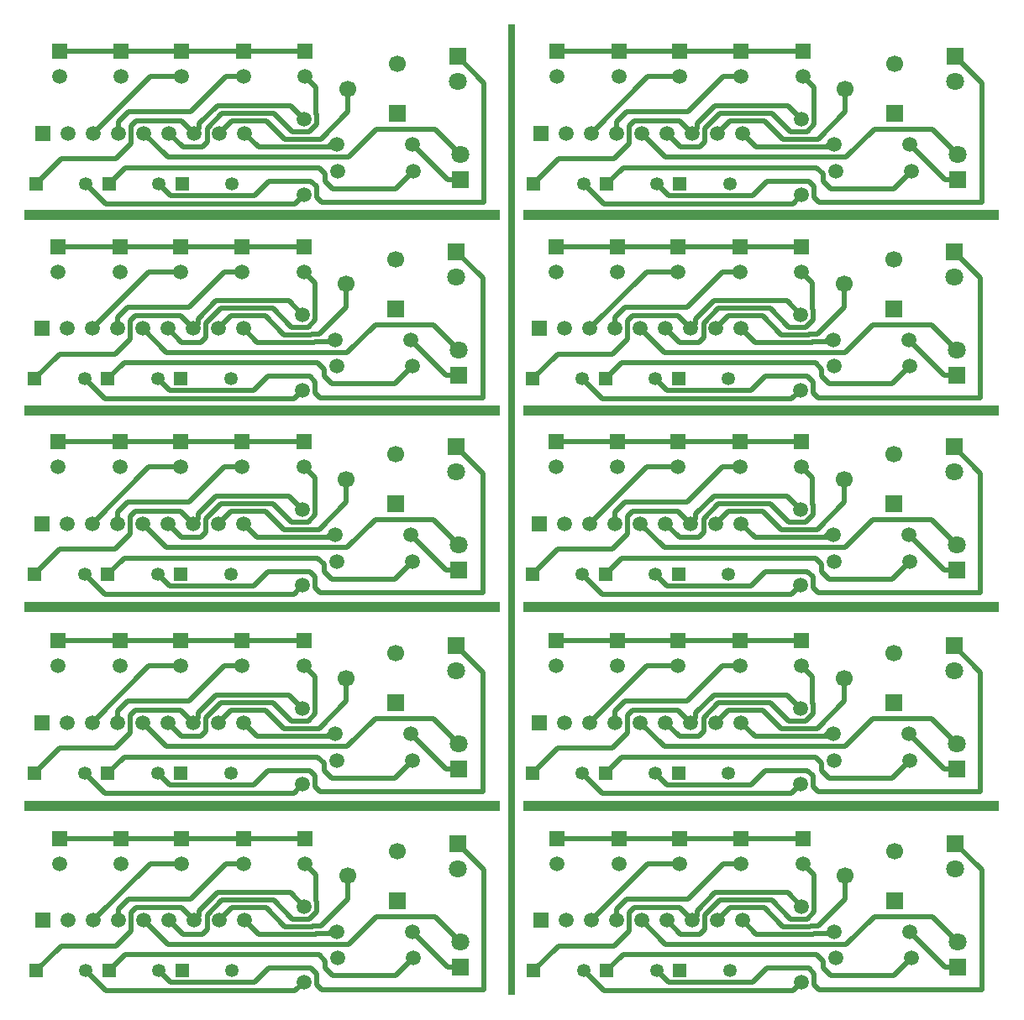
<source format=gbl>
G04 Layer_Physical_Order=2*
G04 Layer_Color=16711680*
%FSLAX25Y25*%
%MOIN*%
G70*
G01*
G75*
%ADD10C,0.02000*%
%ADD11R,1.88976X0.03937*%
%ADD12R,0.02756X3.85827*%
%ADD13R,0.05905X0.05905*%
%ADD14C,0.05905*%
%ADD15C,0.05315*%
%ADD16R,0.05315X0.05315*%
%ADD17R,0.06693X0.06693*%
%ADD18C,0.06693*%
%ADD19R,0.07087X0.07087*%
%ADD20C,0.07087*%
%ADD21R,0.05905X0.05905*%
D10*
X43000Y377500D02*
X67000D01*
X91500D01*
X18500D02*
X43000D01*
X91500D02*
X116000D01*
X112000Y317000D02*
X115500Y320500D01*
X36843Y317000D02*
X112000D01*
X28843Y325000D02*
X36843Y317000D01*
X67000Y350000D02*
X72000Y345000D01*
X49000Y350000D02*
X67000D01*
X47000Y348000D02*
X49000Y350000D01*
X47000Y340900D02*
Y348000D01*
X41000Y334900D02*
X47000Y340900D01*
X167400Y346600D02*
X177500Y336500D01*
X144200Y346600D02*
X167400D01*
X125952Y340500D02*
X128500D01*
X172500Y326500D02*
X177500D01*
X158500Y340500D02*
X172500Y326500D01*
X110047Y355953D02*
X115500Y350500D01*
X81052Y355953D02*
X110047D01*
X73887Y348788D02*
X81052Y355953D01*
X73887Y346887D02*
Y348788D01*
X72000Y345000D02*
X73887Y346887D01*
X42000Y345000D02*
Y349500D01*
X46000Y353500D01*
X70500D01*
X84500Y367500D01*
X91500D01*
X82000Y345000D02*
X86953Y349953D01*
X100535D01*
X122059Y342744D02*
X132815Y353500D01*
Y362657D01*
X62000Y345000D02*
X67500Y339500D01*
X75047D01*
X77047Y341500D01*
Y347052D01*
X82948Y352953D01*
X103535D01*
X116000Y367500D02*
X120300Y363200D01*
X54500Y367500D02*
X67000D01*
X32000Y345000D02*
X54500Y367500D01*
X62543Y320300D02*
X95900D01*
X57843Y325000D02*
X62543Y320300D01*
X152000Y323000D02*
X159000Y330000D01*
X123898Y326102D02*
Y328898D01*
Y326102D02*
X127000Y323000D01*
X152000D01*
X120500Y319500D02*
Y323800D01*
X176500Y375500D02*
X187000Y365000D01*
X120500Y319500D02*
X122500Y317500D01*
X187000D01*
Y365000D01*
X19057Y334900D02*
X41000D01*
X9157Y325000D02*
X19057Y334900D01*
X121396Y331400D02*
X123898Y328898D01*
X38157Y325000D02*
X44557Y331400D01*
X121396D01*
X117552Y345547D02*
X120453Y348448D01*
Y352552D01*
X120300Y352704D02*
X120453Y352552D01*
X120300Y352704D02*
Y363200D01*
X118794Y342547D02*
X118991Y342744D01*
X122059D01*
X120037Y339547D02*
X120234Y339744D01*
X125952D01*
X97453Y339547D02*
X120037D01*
X107941Y342547D02*
X118794D01*
X103535Y352953D02*
X110941Y345547D01*
X117552D01*
X100535Y349953D02*
X107941Y342547D01*
X92000Y345000D02*
X97453Y339547D01*
X95900Y320300D02*
X101600Y326000D01*
X118300D01*
X120500Y323800D01*
X52000Y345000D02*
X61500Y335500D01*
X133100D01*
X144200Y346600D01*
X125952Y339744D02*
Y340500D01*
X323452Y339744D02*
Y340500D01*
X330600Y335500D02*
X341700Y346600D01*
X259000Y335500D02*
X330600D01*
X249500Y345000D02*
X259000Y335500D01*
X315800Y326000D02*
X318000Y323800D01*
X299100Y326000D02*
X315800D01*
X293400Y320300D02*
X299100Y326000D01*
X289500Y345000D02*
X294953Y339547D01*
X298035Y349953D02*
X305441Y342547D01*
X308441Y345547D02*
X315052D01*
X301035Y352953D02*
X308441Y345547D01*
X305441Y342547D02*
X316294D01*
X294953Y339547D02*
X317537D01*
X317734Y339744D02*
X323452D01*
X317537Y339547D02*
X317734Y339744D01*
X316491Y342744D02*
X319559D01*
X316294Y342547D02*
X316491Y342744D01*
X317800Y352704D02*
Y363200D01*
Y352704D02*
X317953Y352552D01*
Y348448D02*
Y352552D01*
X315052Y345547D02*
X317953Y348448D01*
X242057Y331400D02*
X318896D01*
X235657Y325000D02*
X242057Y331400D01*
X318896D02*
X321398Y328898D01*
X206657Y325000D02*
X216557Y334900D01*
X238500D01*
X384500Y317500D02*
Y365000D01*
X320000Y317500D02*
X384500D01*
X318000Y319500D02*
X320000Y317500D01*
X374000Y375500D02*
X384500Y365000D01*
X318000Y319500D02*
Y323800D01*
X324500Y323000D02*
X349500D01*
X321398Y326102D02*
X324500Y323000D01*
X321398Y326102D02*
Y328898D01*
X349500Y323000D02*
X356500Y330000D01*
X255343Y325000D02*
X260043Y320300D01*
X293400D01*
X229500Y345000D02*
X252000Y367500D01*
X264500D01*
X313500D02*
X317800Y363200D01*
X280448Y352953D02*
X301035D01*
X274547Y347052D02*
X280448Y352953D01*
X274547Y341500D02*
Y347052D01*
X272547Y339500D02*
X274547Y341500D01*
X265000Y339500D02*
X272547D01*
X259500Y345000D02*
X265000Y339500D01*
X330315Y353500D02*
Y362657D01*
X319559Y342744D02*
X330315Y353500D01*
X284453Y349953D02*
X298035D01*
X279500Y345000D02*
X284453Y349953D01*
X282000Y367500D02*
X289000D01*
X268000Y353500D02*
X282000Y367500D01*
X243500Y353500D02*
X268000D01*
X239500Y349500D02*
X243500Y353500D01*
X239500Y345000D02*
Y349500D01*
X269500Y345000D02*
X271387Y346887D01*
Y348788D01*
X278552Y355953D01*
X307547D01*
X313000Y350500D01*
X356000Y340500D02*
X370000Y326500D01*
X375000D01*
X323452Y340500D02*
X326000D01*
X341700Y346600D02*
X364900D01*
X375000Y336500D01*
X238500Y334900D02*
X244500Y340900D01*
Y348000D01*
X246500Y350000D01*
X264500D01*
X269500Y345000D01*
X226343Y325000D02*
X234343Y317000D01*
X309500D01*
X313000Y320500D01*
X289000Y377500D02*
X313500D01*
X216000D02*
X240500D01*
X264500D02*
X289000D01*
X240500D02*
X264500D01*
X42500Y300000D02*
X66500D01*
X91000D01*
X18000D02*
X42500D01*
X91000D02*
X115500D01*
X111500Y239500D02*
X115000Y243000D01*
X36343Y239500D02*
X111500D01*
X28343Y247500D02*
X36343Y239500D01*
X66500Y272500D02*
X71500Y267500D01*
X48500Y272500D02*
X66500D01*
X46500Y270500D02*
X48500Y272500D01*
X46500Y263400D02*
Y270500D01*
X40500Y257400D02*
X46500Y263400D01*
X166900Y269100D02*
X177000Y259000D01*
X143700Y269100D02*
X166900D01*
X125452Y263000D02*
X128000D01*
X172000Y249000D02*
X177000D01*
X158000Y263000D02*
X172000Y249000D01*
X109547Y278453D02*
X115000Y273000D01*
X80552Y278453D02*
X109547D01*
X73387Y271288D02*
X80552Y278453D01*
X73387Y269387D02*
Y271288D01*
X71500Y267500D02*
X73387Y269387D01*
X41500Y267500D02*
Y272000D01*
X45500Y276000D01*
X70000D01*
X84000Y290000D01*
X91000D01*
X81500Y267500D02*
X86453Y272453D01*
X100035D01*
X121559Y265244D02*
X132315Y276000D01*
Y285157D01*
X61500Y267500D02*
X67000Y262000D01*
X74547D01*
X76547Y264000D01*
Y269552D01*
X82448Y275453D01*
X103035D01*
X115500Y290000D02*
X119800Y285700D01*
X54000Y290000D02*
X66500D01*
X31500Y267500D02*
X54000Y290000D01*
X62043Y242800D02*
X95400D01*
X57343Y247500D02*
X62043Y242800D01*
X151500Y245500D02*
X158500Y252500D01*
X123398Y248602D02*
Y251398D01*
Y248602D02*
X126500Y245500D01*
X151500D01*
X120000Y242000D02*
Y246300D01*
X176000Y298000D02*
X186500Y287500D01*
X120000Y242000D02*
X122000Y240000D01*
X186500D01*
Y287500D01*
X18557Y257400D02*
X40500D01*
X8657Y247500D02*
X18557Y257400D01*
X120896Y253900D02*
X123398Y251398D01*
X37657Y247500D02*
X44057Y253900D01*
X120896D01*
X117051Y268047D02*
X119953Y270949D01*
Y275051D01*
X119800Y275204D02*
X119953Y275051D01*
X119800Y275204D02*
Y285700D01*
X118294Y265047D02*
X118491Y265244D01*
X121559D01*
X119537Y262047D02*
X119734Y262244D01*
X125452D01*
X96953Y262047D02*
X119537D01*
X107441Y265047D02*
X118294D01*
X103035Y275453D02*
X110441Y268047D01*
X117051D01*
X100035Y272453D02*
X107441Y265047D01*
X91500Y267500D02*
X96953Y262047D01*
X95400Y242800D02*
X101100Y248500D01*
X117800D01*
X120000Y246300D01*
X51500Y267500D02*
X61000Y258000D01*
X132600D01*
X143700Y269100D01*
X125452Y262244D02*
Y263000D01*
X322952Y262244D02*
Y263000D01*
X330100Y258000D02*
X341200Y269100D01*
X258500Y258000D02*
X330100D01*
X249000Y267500D02*
X258500Y258000D01*
X315300Y248500D02*
X317500Y246300D01*
X298600Y248500D02*
X315300D01*
X292900Y242800D02*
X298600Y248500D01*
X289000Y267500D02*
X294453Y262047D01*
X297535Y272453D02*
X304941Y265047D01*
X307941Y268047D02*
X314551D01*
X300535Y275453D02*
X307941Y268047D01*
X304941Y265047D02*
X315794D01*
X294453Y262047D02*
X317037D01*
X317233Y262244D02*
X322952D01*
X317037Y262047D02*
X317233Y262244D01*
X315991Y265244D02*
X319059D01*
X315794Y265047D02*
X315991Y265244D01*
X317300Y275204D02*
Y285700D01*
Y275204D02*
X317453Y275051D01*
Y270949D02*
Y275051D01*
X314551Y268047D02*
X317453Y270949D01*
X241557Y253900D02*
X318396D01*
X235157Y247500D02*
X241557Y253900D01*
X318396D02*
X320898Y251398D01*
X206157Y247500D02*
X216057Y257400D01*
X238000D01*
X384000Y240000D02*
Y287500D01*
X319500Y240000D02*
X384000D01*
X317500Y242000D02*
X319500Y240000D01*
X373500Y298000D02*
X384000Y287500D01*
X317500Y242000D02*
Y246300D01*
X324000Y245500D02*
X349000D01*
X320898Y248602D02*
X324000Y245500D01*
X320898Y248602D02*
Y251398D01*
X349000Y245500D02*
X356000Y252500D01*
X254843Y247500D02*
X259543Y242800D01*
X292900D01*
X229000Y267500D02*
X251500Y290000D01*
X264000D01*
X313000D02*
X317300Y285700D01*
X279948Y275453D02*
X300535D01*
X274047Y269552D02*
X279948Y275453D01*
X274047Y264000D02*
Y269552D01*
X272047Y262000D02*
X274047Y264000D01*
X264500Y262000D02*
X272047D01*
X259000Y267500D02*
X264500Y262000D01*
X329815Y276000D02*
Y285157D01*
X319059Y265244D02*
X329815Y276000D01*
X283953Y272453D02*
X297535D01*
X279000Y267500D02*
X283953Y272453D01*
X281500Y290000D02*
X288500D01*
X267500Y276000D02*
X281500Y290000D01*
X243000Y276000D02*
X267500D01*
X239000Y272000D02*
X243000Y276000D01*
X239000Y267500D02*
Y272000D01*
X269000Y267500D02*
X270887Y269387D01*
Y271288D01*
X278052Y278453D01*
X307047D01*
X312500Y273000D01*
X355500Y263000D02*
X369500Y249000D01*
X374500D01*
X322952Y263000D02*
X325500D01*
X341200Y269100D02*
X364400D01*
X374500Y259000D01*
X238000Y257400D02*
X244000Y263400D01*
Y270500D01*
X246000Y272500D01*
X264000D01*
X269000Y267500D01*
X225843Y247500D02*
X233843Y239500D01*
X309000D01*
X312500Y243000D01*
X288500Y300000D02*
X313000D01*
X215500D02*
X240000D01*
X264000D02*
X288500D01*
X240000D02*
X264000D01*
X42500Y222500D02*
X66500D01*
X91000D01*
X18000D02*
X42500D01*
X91000D02*
X115500D01*
X111500Y162000D02*
X115000Y165500D01*
X36343Y162000D02*
X111500D01*
X28343Y170000D02*
X36343Y162000D01*
X66500Y195000D02*
X71500Y190000D01*
X48500Y195000D02*
X66500D01*
X46500Y193000D02*
X48500Y195000D01*
X46500Y185900D02*
Y193000D01*
X40500Y179900D02*
X46500Y185900D01*
X166900Y191600D02*
X177000Y181500D01*
X143700Y191600D02*
X166900D01*
X125452Y185500D02*
X128000D01*
X172000Y171500D02*
X177000D01*
X158000Y185500D02*
X172000Y171500D01*
X109547Y200953D02*
X115000Y195500D01*
X80552Y200953D02*
X109547D01*
X73387Y193788D02*
X80552Y200953D01*
X73387Y191887D02*
Y193788D01*
X71500Y190000D02*
X73387Y191887D01*
X41500Y190000D02*
Y194500D01*
X45500Y198500D01*
X70000D01*
X84000Y212500D01*
X91000D01*
X81500Y190000D02*
X86453Y194953D01*
X100035D01*
X121559Y187744D02*
X132315Y198500D01*
Y207657D01*
X61500Y190000D02*
X67000Y184500D01*
X74547D01*
X76547Y186500D01*
Y192052D01*
X82448Y197953D01*
X103035D01*
X115500Y212500D02*
X119800Y208200D01*
X54000Y212500D02*
X66500D01*
X31500Y190000D02*
X54000Y212500D01*
X62043Y165300D02*
X95400D01*
X57343Y170000D02*
X62043Y165300D01*
X151500Y168000D02*
X158500Y175000D01*
X123398Y171102D02*
Y173898D01*
Y171102D02*
X126500Y168000D01*
X151500D01*
X120000Y164500D02*
Y168800D01*
X176000Y220500D02*
X186500Y210000D01*
X120000Y164500D02*
X122000Y162500D01*
X186500D01*
Y210000D01*
X18557Y179900D02*
X40500D01*
X8657Y170000D02*
X18557Y179900D01*
X120896Y176400D02*
X123398Y173898D01*
X37657Y170000D02*
X44057Y176400D01*
X120896D01*
X117051Y190547D02*
X119953Y193448D01*
Y197552D01*
X119800Y197704D02*
X119953Y197552D01*
X119800Y197704D02*
Y208200D01*
X118294Y187547D02*
X118491Y187744D01*
X121559D01*
X119537Y184547D02*
X119734Y184744D01*
X125452D01*
X96953Y184547D02*
X119537D01*
X107441Y187547D02*
X118294D01*
X103035Y197953D02*
X110441Y190547D01*
X117051D01*
X100035Y194953D02*
X107441Y187547D01*
X91500Y190000D02*
X96953Y184547D01*
X95400Y165300D02*
X101100Y171000D01*
X117800D01*
X120000Y168800D01*
X51500Y190000D02*
X61000Y180500D01*
X132600D01*
X143700Y191600D01*
X125452Y184744D02*
Y185500D01*
X322952Y184744D02*
Y185500D01*
X330100Y180500D02*
X341200Y191600D01*
X258500Y180500D02*
X330100D01*
X249000Y190000D02*
X258500Y180500D01*
X315300Y171000D02*
X317500Y168800D01*
X298600Y171000D02*
X315300D01*
X292900Y165300D02*
X298600Y171000D01*
X289000Y190000D02*
X294453Y184547D01*
X297535Y194953D02*
X304941Y187547D01*
X307941Y190547D02*
X314551D01*
X300535Y197953D02*
X307941Y190547D01*
X304941Y187547D02*
X315794D01*
X294453Y184547D02*
X317037D01*
X317233Y184744D02*
X322952D01*
X317037Y184547D02*
X317233Y184744D01*
X315991Y187744D02*
X319059D01*
X315794Y187547D02*
X315991Y187744D01*
X317300Y197704D02*
Y208200D01*
Y197704D02*
X317453Y197552D01*
Y193448D02*
Y197552D01*
X314551Y190547D02*
X317453Y193448D01*
X241557Y176400D02*
X318396D01*
X235157Y170000D02*
X241557Y176400D01*
X318396D02*
X320898Y173898D01*
X206157Y170000D02*
X216057Y179900D01*
X238000D01*
X384000Y162500D02*
Y210000D01*
X319500Y162500D02*
X384000D01*
X317500Y164500D02*
X319500Y162500D01*
X373500Y220500D02*
X384000Y210000D01*
X317500Y164500D02*
Y168800D01*
X324000Y168000D02*
X349000D01*
X320898Y171102D02*
X324000Y168000D01*
X320898Y171102D02*
Y173898D01*
X349000Y168000D02*
X356000Y175000D01*
X254843Y170000D02*
X259543Y165300D01*
X292900D01*
X229000Y190000D02*
X251500Y212500D01*
X264000D01*
X313000D02*
X317300Y208200D01*
X279948Y197953D02*
X300535D01*
X274047Y192052D02*
X279948Y197953D01*
X274047Y186500D02*
Y192052D01*
X272047Y184500D02*
X274047Y186500D01*
X264500Y184500D02*
X272047D01*
X259000Y190000D02*
X264500Y184500D01*
X329815Y198500D02*
Y207657D01*
X319059Y187744D02*
X329815Y198500D01*
X283953Y194953D02*
X297535D01*
X279000Y190000D02*
X283953Y194953D01*
X281500Y212500D02*
X288500D01*
X267500Y198500D02*
X281500Y212500D01*
X243000Y198500D02*
X267500D01*
X239000Y194500D02*
X243000Y198500D01*
X239000Y190000D02*
Y194500D01*
X269000Y190000D02*
X270887Y191887D01*
Y193788D01*
X278052Y200953D01*
X307047D01*
X312500Y195500D01*
X355500Y185500D02*
X369500Y171500D01*
X374500D01*
X322952Y185500D02*
X325500D01*
X341200Y191600D02*
X364400D01*
X374500Y181500D01*
X238000Y179900D02*
X244000Y185900D01*
Y193000D01*
X246000Y195000D01*
X264000D01*
X269000Y190000D01*
X225843Y170000D02*
X233843Y162000D01*
X309000D01*
X312500Y165500D01*
X288500Y222500D02*
X313000D01*
X215500D02*
X240000D01*
X264000D02*
X288500D01*
X240000D02*
X264000D01*
X42500Y143500D02*
X66500D01*
X91000D01*
X18000D02*
X42500D01*
X91000D02*
X115500D01*
X111500Y83000D02*
X115000Y86500D01*
X36343Y83000D02*
X111500D01*
X28343Y91000D02*
X36343Y83000D01*
X66500Y116000D02*
X71500Y111000D01*
X48500Y116000D02*
X66500D01*
X46500Y114000D02*
X48500Y116000D01*
X46500Y106900D02*
Y114000D01*
X40500Y100900D02*
X46500Y106900D01*
X166900Y112600D02*
X177000Y102500D01*
X143700Y112600D02*
X166900D01*
X125452Y106500D02*
X128000D01*
X172000Y92500D02*
X177000D01*
X158000Y106500D02*
X172000Y92500D01*
X109547Y121953D02*
X115000Y116500D01*
X80552Y121953D02*
X109547D01*
X73387Y114788D02*
X80552Y121953D01*
X73387Y112887D02*
Y114788D01*
X71500Y111000D02*
X73387Y112887D01*
X41500Y111000D02*
Y115500D01*
X45500Y119500D01*
X70000D01*
X84000Y133500D01*
X91000D01*
X81500Y111000D02*
X86453Y115953D01*
X100035D01*
X121559Y108744D02*
X132315Y119500D01*
Y128657D01*
X61500Y111000D02*
X67000Y105500D01*
X74547D01*
X76547Y107500D01*
Y113052D01*
X82448Y118953D01*
X103035D01*
X115500Y133500D02*
X119800Y129200D01*
X54000Y133500D02*
X66500D01*
X31500Y111000D02*
X54000Y133500D01*
X62043Y86300D02*
X95400D01*
X57343Y91000D02*
X62043Y86300D01*
X151500Y89000D02*
X158500Y96000D01*
X123398Y92102D02*
Y94898D01*
Y92102D02*
X126500Y89000D01*
X151500D01*
X120000Y85500D02*
Y89800D01*
X176000Y141500D02*
X186500Y131000D01*
X120000Y85500D02*
X122000Y83500D01*
X186500D01*
Y131000D01*
X18557Y100900D02*
X40500D01*
X8657Y91000D02*
X18557Y100900D01*
X120896Y97400D02*
X123398Y94898D01*
X37657Y91000D02*
X44057Y97400D01*
X120896D01*
X117051Y111547D02*
X119953Y114448D01*
Y118552D01*
X119800Y118704D02*
X119953Y118552D01*
X119800Y118704D02*
Y129200D01*
X118294Y108547D02*
X118491Y108744D01*
X121559D01*
X119537Y105547D02*
X119734Y105744D01*
X125452D01*
X96953Y105547D02*
X119537D01*
X107441Y108547D02*
X118294D01*
X103035Y118953D02*
X110441Y111547D01*
X117051D01*
X100035Y115953D02*
X107441Y108547D01*
X91500Y111000D02*
X96953Y105547D01*
X95400Y86300D02*
X101100Y92000D01*
X117800D01*
X120000Y89800D01*
X51500Y111000D02*
X61000Y101500D01*
X132600D01*
X143700Y112600D01*
X125452Y105744D02*
Y106500D01*
X322952Y105744D02*
Y106500D01*
X330100Y101500D02*
X341200Y112600D01*
X258500Y101500D02*
X330100D01*
X249000Y111000D02*
X258500Y101500D01*
X315300Y92000D02*
X317500Y89800D01*
X298600Y92000D02*
X315300D01*
X292900Y86300D02*
X298600Y92000D01*
X289000Y111000D02*
X294453Y105547D01*
X297535Y115953D02*
X304941Y108547D01*
X307941Y111547D02*
X314551D01*
X300535Y118953D02*
X307941Y111547D01*
X304941Y108547D02*
X315794D01*
X294453Y105547D02*
X317037D01*
X317233Y105744D02*
X322952D01*
X317037Y105547D02*
X317233Y105744D01*
X315991Y108744D02*
X319059D01*
X315794Y108547D02*
X315991Y108744D01*
X317300Y118704D02*
Y129200D01*
Y118704D02*
X317453Y118552D01*
Y114448D02*
Y118552D01*
X314551Y111547D02*
X317453Y114448D01*
X241557Y97400D02*
X318396D01*
X235157Y91000D02*
X241557Y97400D01*
X318396D02*
X320898Y94898D01*
X206157Y91000D02*
X216057Y100900D01*
X238000D01*
X384000Y83500D02*
Y131000D01*
X319500Y83500D02*
X384000D01*
X317500Y85500D02*
X319500Y83500D01*
X373500Y141500D02*
X384000Y131000D01*
X317500Y85500D02*
Y89800D01*
X324000Y89000D02*
X349000D01*
X320898Y92102D02*
X324000Y89000D01*
X320898Y92102D02*
Y94898D01*
X349000Y89000D02*
X356000Y96000D01*
X254843Y91000D02*
X259543Y86300D01*
X292900D01*
X229000Y111000D02*
X251500Y133500D01*
X264000D01*
X313000D02*
X317300Y129200D01*
X279948Y118953D02*
X300535D01*
X274047Y113052D02*
X279948Y118953D01*
X274047Y107500D02*
Y113052D01*
X272047Y105500D02*
X274047Y107500D01*
X264500Y105500D02*
X272047D01*
X259000Y111000D02*
X264500Y105500D01*
X329815Y119500D02*
Y128657D01*
X319059Y108744D02*
X329815Y119500D01*
X283953Y115953D02*
X297535D01*
X279000Y111000D02*
X283953Y115953D01*
X281500Y133500D02*
X288500D01*
X267500Y119500D02*
X281500Y133500D01*
X243000Y119500D02*
X267500D01*
X239000Y115500D02*
X243000Y119500D01*
X239000Y111000D02*
Y115500D01*
X269000Y111000D02*
X270887Y112887D01*
Y114788D01*
X278052Y121953D01*
X307047D01*
X312500Y116500D01*
X355500Y106500D02*
X369500Y92500D01*
X374500D01*
X322952Y106500D02*
X325500D01*
X341200Y112600D02*
X364400D01*
X374500Y102500D01*
X238000Y100900D02*
X244000Y106900D01*
Y114000D01*
X246000Y116000D01*
X264000D01*
X269000Y111000D01*
X225843Y91000D02*
X233843Y83000D01*
X309000D01*
X312500Y86500D01*
X288500Y143500D02*
X313000D01*
X215500D02*
X240000D01*
X264000D02*
X288500D01*
X240000D02*
X264000D01*
X240500Y65000D02*
X264500D01*
X289000D01*
X216000D02*
X240500D01*
X289000D02*
X313500D01*
X309500Y4500D02*
X313000Y8000D01*
X234343Y4500D02*
X309500D01*
X226343Y12500D02*
X234343Y4500D01*
X264500Y37500D02*
X269500Y32500D01*
X246500Y37500D02*
X264500D01*
X244500Y35500D02*
X246500Y37500D01*
X244500Y28400D02*
Y35500D01*
X238500Y22400D02*
X244500Y28400D01*
X364900Y34100D02*
X375000Y24000D01*
X341700Y34100D02*
X364900D01*
X323452Y28000D02*
X326000D01*
X370000Y14000D02*
X375000D01*
X356000Y28000D02*
X370000Y14000D01*
X307547Y43453D02*
X313000Y38000D01*
X278552Y43453D02*
X307547D01*
X271387Y36288D02*
X278552Y43453D01*
X271387Y34387D02*
Y36288D01*
X269500Y32500D02*
X271387Y34387D01*
X239500Y32500D02*
Y37000D01*
X243500Y41000D01*
X268000D01*
X282000Y55000D01*
X289000D01*
X279500Y32500D02*
X284453Y37453D01*
X298035D01*
X319559Y30244D02*
X330315Y41000D01*
Y50157D01*
X259500Y32500D02*
X265000Y27000D01*
X272547D01*
X274547Y29000D01*
Y34552D01*
X280448Y40453D01*
X301035D01*
X313500Y55000D02*
X317800Y50700D01*
X252000Y55000D02*
X264500D01*
X229500Y32500D02*
X252000Y55000D01*
X260043Y7800D02*
X293400D01*
X255343Y12500D02*
X260043Y7800D01*
X349500Y10500D02*
X356500Y17500D01*
X321398Y13602D02*
Y16398D01*
Y13602D02*
X324500Y10500D01*
X349500D01*
X318000Y7000D02*
Y11300D01*
X374000Y63000D02*
X384500Y52500D01*
X318000Y7000D02*
X320000Y5000D01*
X384500D01*
Y52500D01*
X216557Y22400D02*
X238500D01*
X206657Y12500D02*
X216557Y22400D01*
X318896Y18900D02*
X321398Y16398D01*
X235657Y12500D02*
X242057Y18900D01*
X318896D01*
X315052Y33047D02*
X317953Y35949D01*
Y40051D01*
X317800Y40204D02*
X317953Y40051D01*
X317800Y40204D02*
Y50700D01*
X316294Y30047D02*
X316491Y30244D01*
X319559D01*
X317537Y27047D02*
X317734Y27244D01*
X323452D01*
X294953Y27047D02*
X317537D01*
X305441Y30047D02*
X316294D01*
X301035Y40453D02*
X308441Y33047D01*
X315052D01*
X298035Y37453D02*
X305441Y30047D01*
X289500Y32500D02*
X294953Y27047D01*
X293400Y7800D02*
X299100Y13500D01*
X315800D01*
X318000Y11300D01*
X249500Y32500D02*
X259000Y23000D01*
X330600D01*
X341700Y34100D01*
X323452Y27244D02*
Y28000D01*
X125952Y27244D02*
Y28000D01*
X133100Y23000D02*
X144200Y34100D01*
X61500Y23000D02*
X133100D01*
X52000Y32500D02*
X61500Y23000D01*
X118300Y13500D02*
X120500Y11300D01*
X101600Y13500D02*
X118300D01*
X95900Y7800D02*
X101600Y13500D01*
X92000Y32500D02*
X97453Y27047D01*
X100535Y37453D02*
X107941Y30047D01*
X110941Y33047D02*
X117552D01*
X103535Y40453D02*
X110941Y33047D01*
X107941Y30047D02*
X118794D01*
X97453Y27047D02*
X120037D01*
X120234Y27244D02*
X125952D01*
X120037Y27047D02*
X120234Y27244D01*
X118991Y30244D02*
X122059D01*
X118794Y30047D02*
X118991Y30244D01*
X120300Y40204D02*
Y50700D01*
Y40204D02*
X120453Y40051D01*
Y35949D02*
Y40051D01*
X117552Y33047D02*
X120453Y35949D01*
X44557Y18900D02*
X121396D01*
X38157Y12500D02*
X44557Y18900D01*
X121396D02*
X123898Y16398D01*
X9157Y12500D02*
X19057Y22400D01*
X41000D01*
X187000Y5000D02*
Y52500D01*
X122500Y5000D02*
X187000D01*
X120500Y7000D02*
X122500Y5000D01*
X176500Y63000D02*
X187000Y52500D01*
X120500Y7000D02*
Y11300D01*
X127000Y10500D02*
X152000D01*
X123898Y13602D02*
X127000Y10500D01*
X123898Y13602D02*
Y16398D01*
X152000Y10500D02*
X159000Y17500D01*
X57843Y12500D02*
X62543Y7800D01*
X95900D01*
X32000Y32500D02*
X54500Y55000D01*
X67000D01*
X116000D02*
X120300Y50700D01*
X82948Y40453D02*
X103535D01*
X77047Y34552D02*
X82948Y40453D01*
X77047Y29000D02*
Y34552D01*
X75047Y27000D02*
X77047Y29000D01*
X67500Y27000D02*
X75047D01*
X62000Y32500D02*
X67500Y27000D01*
X132815Y41000D02*
Y50157D01*
X122059Y30244D02*
X132815Y41000D01*
X86953Y37453D02*
X100535D01*
X82000Y32500D02*
X86953Y37453D01*
X84500Y55000D02*
X91500D01*
X70500Y41000D02*
X84500Y55000D01*
X46000Y41000D02*
X70500D01*
X42000Y37000D02*
X46000Y41000D01*
X42000Y32500D02*
Y37000D01*
X72000Y32500D02*
X73887Y34387D01*
Y36288D01*
X81052Y43453D01*
X110047D01*
X115500Y38000D01*
X158500Y28000D02*
X172500Y14000D01*
X177500D01*
X125952Y28000D02*
X128500D01*
X144200Y34100D02*
X167400D01*
X177500Y24000D01*
X41000Y22400D02*
X47000Y28400D01*
Y35500D01*
X49000Y37500D01*
X67000D01*
X72000Y32500D01*
X28843Y12500D02*
X36843Y4500D01*
X112000D01*
X115500Y8000D01*
X91500Y65000D02*
X116000D01*
X18500D02*
X43000D01*
X67000D02*
X91500D01*
X43000D02*
X67000D01*
D11*
X297000Y78000D02*
D03*
Y157000D02*
D03*
Y235000D02*
D03*
Y312500D02*
D03*
X99000D02*
D03*
Y235000D02*
D03*
Y157000D02*
D03*
Y78000D02*
D03*
D12*
X198000Y195500D02*
D03*
D13*
X18500Y377500D02*
D03*
X43000D02*
D03*
X67000D02*
D03*
X91500D02*
D03*
X116000D02*
D03*
X313500D02*
D03*
X289000D02*
D03*
X264500D02*
D03*
X240500D02*
D03*
X216000D02*
D03*
X18000Y300000D02*
D03*
X42500D02*
D03*
X66500D02*
D03*
X91000D02*
D03*
X115500D02*
D03*
X313000D02*
D03*
X288500D02*
D03*
X264000D02*
D03*
X240000D02*
D03*
X215500D02*
D03*
X18000Y222500D02*
D03*
X42500D02*
D03*
X66500D02*
D03*
X91000D02*
D03*
X115500D02*
D03*
X313000D02*
D03*
X288500D02*
D03*
X264000D02*
D03*
X240000D02*
D03*
X215500D02*
D03*
X18000Y143500D02*
D03*
X42500D02*
D03*
X66500D02*
D03*
X91000D02*
D03*
X115500D02*
D03*
X313000D02*
D03*
X288500D02*
D03*
X264000D02*
D03*
X240000D02*
D03*
X215500D02*
D03*
X216000Y65000D02*
D03*
X240500D02*
D03*
X264500D02*
D03*
X289000D02*
D03*
X313500D02*
D03*
X67000D02*
D03*
X43000D02*
D03*
X18500D02*
D03*
X116000D02*
D03*
X91500D02*
D03*
D14*
X18500Y367500D02*
D03*
X129000Y330000D02*
D03*
X159000D02*
D03*
X43000Y367500D02*
D03*
X67000D02*
D03*
X91500D02*
D03*
X116000D02*
D03*
X115500Y350500D02*
D03*
Y320500D02*
D03*
X158500Y340500D02*
D03*
X128500D02*
D03*
X32000Y345000D02*
D03*
X42000D02*
D03*
X52000D02*
D03*
X62000D02*
D03*
X72000D02*
D03*
X82000D02*
D03*
X92000D02*
D03*
X22000D02*
D03*
X229500D02*
D03*
X239500D02*
D03*
X249500D02*
D03*
X259500D02*
D03*
X269500D02*
D03*
X279500D02*
D03*
X289500D02*
D03*
X219500D02*
D03*
X356000Y340500D02*
D03*
X326000D02*
D03*
X313000Y350500D02*
D03*
Y320500D02*
D03*
X313500Y367500D02*
D03*
X289000D02*
D03*
X264500D02*
D03*
X240500D02*
D03*
X326500Y330000D02*
D03*
X356500D02*
D03*
X216000Y367500D02*
D03*
X18000Y290000D02*
D03*
X128500Y252500D02*
D03*
X158500D02*
D03*
X42500Y290000D02*
D03*
X66500D02*
D03*
X91000D02*
D03*
X115500D02*
D03*
X115000Y273000D02*
D03*
Y243000D02*
D03*
X158000Y263000D02*
D03*
X128000D02*
D03*
X31500Y267500D02*
D03*
X41500D02*
D03*
X51500D02*
D03*
X61500D02*
D03*
X71500D02*
D03*
X81500D02*
D03*
X91500D02*
D03*
X21500D02*
D03*
X229000D02*
D03*
X239000D02*
D03*
X249000D02*
D03*
X259000D02*
D03*
X269000D02*
D03*
X279000D02*
D03*
X289000D02*
D03*
X219000D02*
D03*
X355500Y263000D02*
D03*
X325500D02*
D03*
X312500Y273000D02*
D03*
Y243000D02*
D03*
X313000Y290000D02*
D03*
X288500D02*
D03*
X264000D02*
D03*
X240000D02*
D03*
X326000Y252500D02*
D03*
X356000D02*
D03*
X215500Y290000D02*
D03*
X18000Y212500D02*
D03*
X128500Y175000D02*
D03*
X158500D02*
D03*
X42500Y212500D02*
D03*
X66500D02*
D03*
X91000D02*
D03*
X115500D02*
D03*
X115000Y195500D02*
D03*
Y165500D02*
D03*
X158000Y185500D02*
D03*
X128000D02*
D03*
X31500Y190000D02*
D03*
X41500D02*
D03*
X51500D02*
D03*
X61500D02*
D03*
X71500D02*
D03*
X81500D02*
D03*
X91500D02*
D03*
X21500D02*
D03*
X229000D02*
D03*
X239000D02*
D03*
X249000D02*
D03*
X259000D02*
D03*
X269000D02*
D03*
X279000D02*
D03*
X289000D02*
D03*
X219000D02*
D03*
X355500Y185500D02*
D03*
X325500D02*
D03*
X312500Y195500D02*
D03*
Y165500D02*
D03*
X313000Y212500D02*
D03*
X288500D02*
D03*
X264000D02*
D03*
X240000D02*
D03*
X326000Y175000D02*
D03*
X356000D02*
D03*
X215500Y212500D02*
D03*
X18000Y133500D02*
D03*
X128500Y96000D02*
D03*
X158500D02*
D03*
X42500Y133500D02*
D03*
X66500D02*
D03*
X91000D02*
D03*
X115500D02*
D03*
X115000Y116500D02*
D03*
Y86500D02*
D03*
X158000Y106500D02*
D03*
X128000D02*
D03*
X31500Y111000D02*
D03*
X41500D02*
D03*
X51500D02*
D03*
X61500D02*
D03*
X71500D02*
D03*
X81500D02*
D03*
X91500D02*
D03*
X21500D02*
D03*
X229000D02*
D03*
X239000D02*
D03*
X249000D02*
D03*
X259000D02*
D03*
X269000D02*
D03*
X279000D02*
D03*
X289000D02*
D03*
X219000D02*
D03*
X355500Y106500D02*
D03*
X325500D02*
D03*
X312500Y116500D02*
D03*
Y86500D02*
D03*
X313000Y133500D02*
D03*
X288500D02*
D03*
X264000D02*
D03*
X240000D02*
D03*
X326000Y96000D02*
D03*
X356000D02*
D03*
X215500Y133500D02*
D03*
X216000Y55000D02*
D03*
X326500Y17500D02*
D03*
X356500D02*
D03*
X240500Y55000D02*
D03*
X264500D02*
D03*
X289000D02*
D03*
X313500D02*
D03*
X313000Y38000D02*
D03*
Y8000D02*
D03*
X356000Y28000D02*
D03*
X326000D02*
D03*
X229500Y32500D02*
D03*
X239500D02*
D03*
X249500D02*
D03*
X259500D02*
D03*
X269500D02*
D03*
X279500D02*
D03*
X289500D02*
D03*
X219500D02*
D03*
X32000D02*
D03*
X42000D02*
D03*
X52000D02*
D03*
X62000D02*
D03*
X72000D02*
D03*
X82000D02*
D03*
X92000D02*
D03*
X22000D02*
D03*
X67000Y55000D02*
D03*
X43000D02*
D03*
X18500D02*
D03*
X158500Y28000D02*
D03*
X128500D02*
D03*
X129000Y17500D02*
D03*
X159000D02*
D03*
X115500Y38000D02*
D03*
Y8000D02*
D03*
X116000Y55000D02*
D03*
X91500D02*
D03*
D15*
X57843Y325000D02*
D03*
X28843D02*
D03*
X86843D02*
D03*
X284343D02*
D03*
X226343D02*
D03*
X255343D02*
D03*
X57343Y247500D02*
D03*
X28343D02*
D03*
X86343D02*
D03*
X283843D02*
D03*
X225843D02*
D03*
X254843D02*
D03*
X57343Y170000D02*
D03*
X28343D02*
D03*
X86343D02*
D03*
X283843D02*
D03*
X225843D02*
D03*
X254843D02*
D03*
X57343Y91000D02*
D03*
X28343D02*
D03*
X86343D02*
D03*
X283843D02*
D03*
X225843D02*
D03*
X254843D02*
D03*
X255343Y12500D02*
D03*
X226343D02*
D03*
X284343D02*
D03*
X86843D02*
D03*
X28843D02*
D03*
X57843D02*
D03*
D16*
X38157Y325000D02*
D03*
X9157D02*
D03*
X67157D02*
D03*
X264657D02*
D03*
X206657D02*
D03*
X235657D02*
D03*
X37657Y247500D02*
D03*
X8657D02*
D03*
X66657D02*
D03*
X264157D02*
D03*
X206157D02*
D03*
X235157D02*
D03*
X37657Y170000D02*
D03*
X8657D02*
D03*
X66657D02*
D03*
X264157D02*
D03*
X206157D02*
D03*
X235157D02*
D03*
X37657Y91000D02*
D03*
X8657D02*
D03*
X66657D02*
D03*
X264157D02*
D03*
X206157D02*
D03*
X235157D02*
D03*
X235657Y12500D02*
D03*
X206657D02*
D03*
X264657D02*
D03*
X67157D02*
D03*
X9157D02*
D03*
X38157D02*
D03*
D17*
X152500Y352815D02*
D03*
X350000D02*
D03*
X152000Y275315D02*
D03*
X349500D02*
D03*
X152000Y197815D02*
D03*
X349500D02*
D03*
X152000Y118815D02*
D03*
X349500D02*
D03*
X350000Y40315D02*
D03*
X152500D02*
D03*
D18*
X132815Y362657D02*
D03*
X152500Y372500D02*
D03*
X330315Y362657D02*
D03*
X350000Y372500D02*
D03*
X132315Y285157D02*
D03*
X152000Y295000D02*
D03*
X329815Y285157D02*
D03*
X349500Y295000D02*
D03*
X132315Y207657D02*
D03*
X152000Y217500D02*
D03*
X329815Y207657D02*
D03*
X349500Y217500D02*
D03*
X132315Y128657D02*
D03*
X152000Y138500D02*
D03*
X329815Y128657D02*
D03*
X349500Y138500D02*
D03*
X330315Y50157D02*
D03*
X350000Y60000D02*
D03*
X132815Y50157D02*
D03*
X152500Y60000D02*
D03*
D19*
X176500Y375500D02*
D03*
X177500Y326500D02*
D03*
X375000D02*
D03*
X374000Y375500D02*
D03*
X176000Y298000D02*
D03*
X177000Y249000D02*
D03*
X374500D02*
D03*
X373500Y298000D02*
D03*
X176000Y220500D02*
D03*
X177000Y171500D02*
D03*
X374500D02*
D03*
X373500Y220500D02*
D03*
X176000Y141500D02*
D03*
X177000Y92500D02*
D03*
X374500D02*
D03*
X373500Y141500D02*
D03*
X374000Y63000D02*
D03*
X375000Y14000D02*
D03*
X176500Y63000D02*
D03*
X177500Y14000D02*
D03*
D20*
X176500Y365500D02*
D03*
X177500Y336500D02*
D03*
X375000D02*
D03*
X374000Y365500D02*
D03*
X176000Y288000D02*
D03*
X177000Y259000D02*
D03*
X374500D02*
D03*
X373500Y288000D02*
D03*
X176000Y210500D02*
D03*
X177000Y181500D02*
D03*
X374500D02*
D03*
X373500Y210500D02*
D03*
X176000Y131500D02*
D03*
X177000Y102500D02*
D03*
X374500D02*
D03*
X373500Y131500D02*
D03*
X374000Y53000D02*
D03*
X375000Y24000D02*
D03*
X176500Y53000D02*
D03*
X177500Y24000D02*
D03*
D21*
X12000Y345000D02*
D03*
X209500D02*
D03*
X11500Y267500D02*
D03*
X209000D02*
D03*
X11500Y190000D02*
D03*
X209000D02*
D03*
X11500Y111000D02*
D03*
X209000D02*
D03*
X209500Y32500D02*
D03*
X12000D02*
D03*
M02*

</source>
